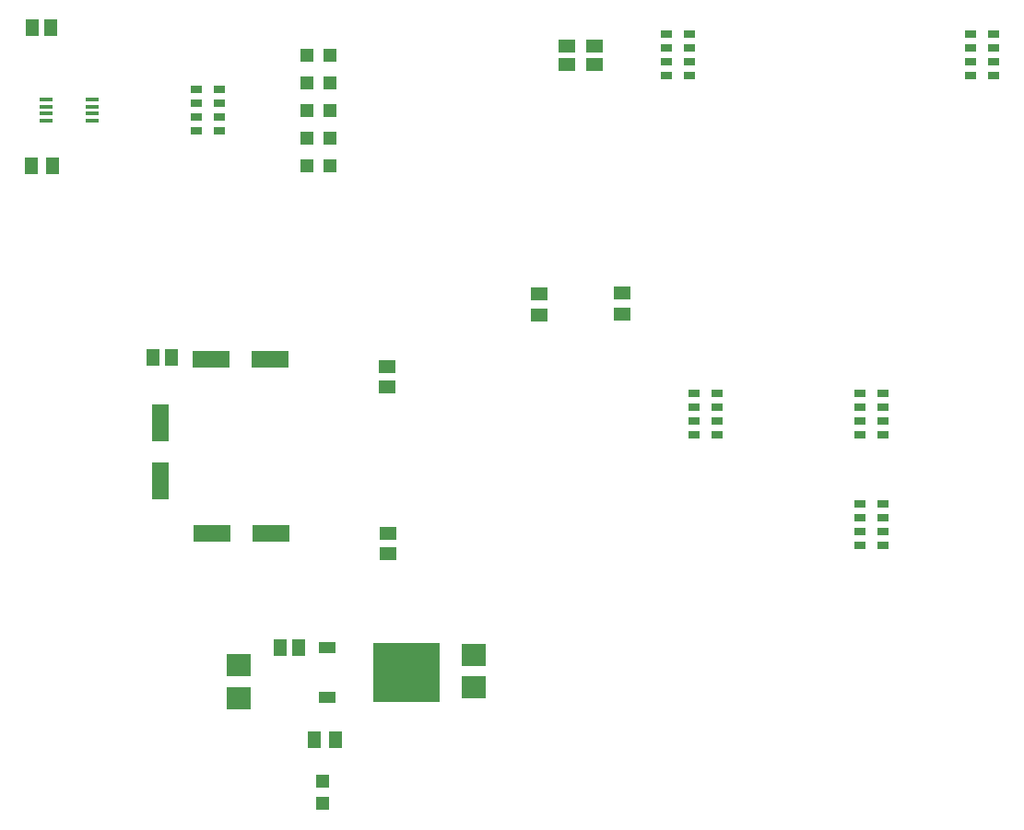
<source format=gtp>
G75*
G70*
%OFA0B0*%
%FSLAX24Y24*%
%IPPOS*%
%LPD*%
%AMOC8*
5,1,8,0,0,1.08239X$1,22.5*
%
%ADD10R,0.0472X0.0472*%
%ADD11R,0.0630X0.1378*%
%ADD12R,0.0591X0.0512*%
%ADD13R,0.0512X0.0591*%
%ADD14R,0.1378X0.0630*%
%ADD15R,0.0866X0.0787*%
%ADD16R,0.0472X0.0118*%
%ADD17R,0.2441X0.2126*%
%ADD18R,0.0630X0.0394*%
%ADD19R,0.0433X0.0295*%
D10*
X013074Y002096D03*
X013074Y002923D03*
X013328Y025189D03*
X012502Y025189D03*
X012502Y026189D03*
X013328Y026189D03*
X013328Y027189D03*
X012502Y027189D03*
X012502Y028189D03*
X013328Y028189D03*
X013328Y029189D03*
X012502Y029189D03*
D11*
X007206Y015890D03*
X007206Y013764D03*
D12*
X015428Y011890D03*
X015428Y011142D03*
X015415Y017165D03*
X015415Y017913D03*
X020907Y019783D03*
X020907Y020531D03*
X023915Y020563D03*
X023915Y019815D03*
X022915Y028855D03*
X022915Y029524D03*
X021915Y029524D03*
X021915Y028855D03*
D13*
X007594Y018234D03*
X006925Y018234D03*
X003289Y025189D03*
X002541Y025189D03*
X002580Y030189D03*
X003250Y030189D03*
X011544Y007732D03*
X012214Y007732D03*
X012774Y004421D03*
X013522Y004421D03*
D14*
X011200Y011870D03*
X009074Y011870D03*
X009052Y018186D03*
X011178Y018186D03*
D15*
X010052Y005925D03*
X010052Y007106D03*
X018540Y007493D03*
X018540Y006312D03*
D16*
X004746Y026806D03*
X004746Y027062D03*
X004746Y027318D03*
X004746Y027574D03*
X003083Y027574D03*
X003083Y027318D03*
X003083Y027062D03*
X003083Y026806D03*
D17*
X016099Y006839D03*
D18*
X013225Y005942D03*
X013225Y007737D03*
D19*
X026494Y015439D03*
X026494Y015939D03*
X026494Y016439D03*
X026494Y016939D03*
X027336Y016939D03*
X027336Y016439D03*
X027336Y015939D03*
X027336Y015439D03*
X032494Y015439D03*
X032494Y015939D03*
X032494Y016439D03*
X032494Y016939D03*
X033336Y016939D03*
X033336Y016439D03*
X033336Y015939D03*
X033336Y015439D03*
X033336Y012939D03*
X033336Y012439D03*
X033336Y011939D03*
X033336Y011439D03*
X032494Y011439D03*
X032494Y011939D03*
X032494Y012439D03*
X032494Y012939D03*
X036494Y028439D03*
X036494Y028939D03*
X036494Y029439D03*
X036494Y029939D03*
X037336Y029939D03*
X037336Y029439D03*
X037336Y028939D03*
X037336Y028439D03*
X026336Y028439D03*
X026336Y028939D03*
X026336Y029439D03*
X026336Y029939D03*
X025494Y029939D03*
X025494Y029439D03*
X025494Y028939D03*
X025494Y028439D03*
X009336Y027939D03*
X009336Y027439D03*
X009336Y026939D03*
X009336Y026439D03*
X008494Y026439D03*
X008494Y026939D03*
X008494Y027439D03*
X008494Y027939D03*
M02*

</source>
